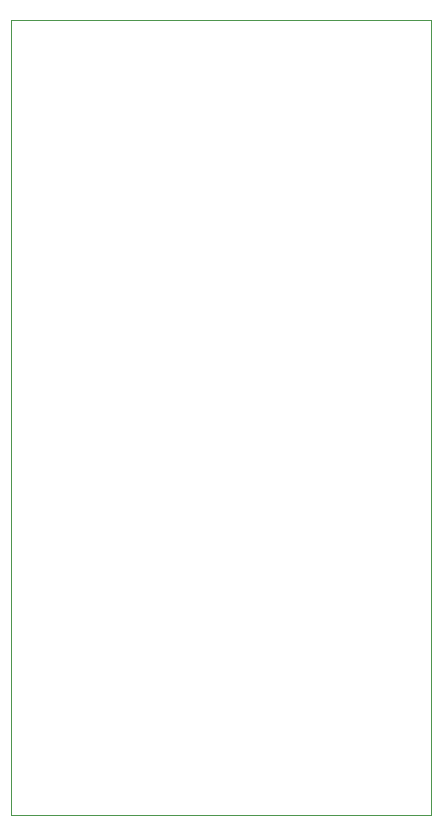
<source format=gbr>
G04 #@! TF.GenerationSoftware,KiCad,Pcbnew,(5.1.6)-1*
G04 #@! TF.CreationDate,2020-06-05T20:48:39-07:00*
G04 #@! TF.ProjectId,USBT,55534254-2e6b-4696-9361-645f70636258,rev?*
G04 #@! TF.SameCoordinates,Original*
G04 #@! TF.FileFunction,Profile,NP*
%FSLAX46Y46*%
G04 Gerber Fmt 4.6, Leading zero omitted, Abs format (unit mm)*
G04 Created by KiCad (PCBNEW (5.1.6)-1) date 2020-06-05 20:48:39*
%MOMM*%
%LPD*%
G01*
G04 APERTURE LIST*
G04 #@! TA.AperFunction,Profile*
%ADD10C,0.050000*%
G04 #@! TD*
G04 APERTURE END LIST*
D10*
X86360000Y-34290000D02*
X50800000Y-34290000D01*
X86360000Y-101600000D02*
X86360000Y-34290000D01*
X50800000Y-101600000D02*
X86360000Y-101600000D01*
X50800000Y-34290000D02*
X50800000Y-101600000D01*
M02*

</source>
